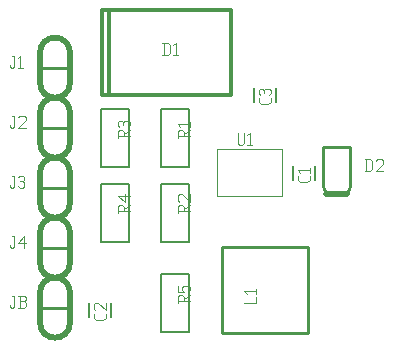
<source format=gbr>
G04 start of page 8 for group -4079 idx -4079 *
G04 Title: (unknown), topsilk *
G04 Creator: pcb 4.3.0 *
G04 CreationDate: Sat Jul 16 16:42:15 2022 UTC *
G04 For: harkaitz *
G04 Format: Gerber/RS-274X *
G04 PCB-Dimensions (mm): 100.00 80.00 *
G04 PCB-Coordinate-Origin: lower left *
%MOMM*%
%FSLAX43Y43*%
%LNTOPSILK*%
%ADD39C,0.102*%
%ADD38C,0.300*%
%ADD37C,0.254*%
%ADD36C,0.508*%
%ADD35C,0.250*%
%ADD34C,0.100*%
%ADD33C,0.152*%
%ADD32C,0.203*%
G54D32*X7940Y30840D02*Y29640D01*
X9840Y30840D02*Y29640D01*
G54D33*X8966Y40909D02*Y36058D01*
X11328D01*
Y40909D02*Y36058D01*
X8966Y40909D02*X11328D01*
X14046Y33289D02*Y28438D01*
X16408D01*
Y33289D02*Y28438D01*
X14046Y33289D02*X16408D01*
X8966Y47259D02*Y42408D01*
X11328D01*
Y47259D02*Y42408D01*
X8966Y47259D02*X11328D01*
X14046Y40909D02*Y36058D01*
X16408D01*
Y40909D02*Y36058D01*
X14046Y40909D02*X16408D01*
X14046Y47259D02*Y42408D01*
X16408D01*
Y47259D02*Y42408D01*
X14046Y47259D02*X16408D01*
G54D34*X18840Y43905D02*X24340D01*
X18840D02*Y39895D01*
X24340D02*Y43905D01*
Y39895D02*X18840D01*
G54D32*X21910Y49080D02*Y47880D01*
X23810Y49080D02*Y47880D01*
X25212Y42476D02*Y41276D01*
X27112Y42476D02*Y41276D01*
G54D35*X19210Y35630D02*Y28330D01*
X26510D01*
X19210Y35630D02*X26510D01*
Y28330D01*
G54D36*X28067Y40122D02*X29845D01*
G54D37*X30099Y40757D01*
Y44084D02*Y40757D01*
X27813Y44084D02*X30099D01*
X27813D02*Y40757D01*
X28067Y40122D01*
G54D38*X9080Y55670D02*X19980D01*
Y48450D01*
X9080D01*
Y55670D01*
X9680D02*Y48450D01*
G54D36*X3810Y31740D02*Y29200D01*
X6350Y31740D02*Y29200D01*
G54D37*X3810Y30470D02*X6350D01*
G54D36*Y31740D02*G75*G03X3810Y31740I-1270J0D01*G01*
Y29200D02*G75*G03X6350Y29200I1270J0D01*G01*
X3810Y36820D02*Y34280D01*
X6350Y36820D02*Y34280D01*
G54D37*X3810Y35550D02*X6350D01*
G54D36*Y36820D02*G75*G03X3810Y36820I-1270J0D01*G01*
Y34280D02*G75*G03X6350Y34280I1270J0D01*G01*
X3810Y41900D02*Y39360D01*
X6350Y41900D02*Y39360D01*
G54D37*X3810Y40630D02*X6350D01*
G54D36*Y41900D02*G75*G03X3810Y41900I-1270J0D01*G01*
Y39360D02*G75*G03X6350Y39360I1270J0D01*G01*
X3810Y46980D02*Y44440D01*
X6350Y46980D02*Y44440D01*
G54D37*X3810Y45710D02*X6350D01*
G54D36*Y46980D02*G75*G03X3810Y46980I-1270J0D01*G01*
Y44440D02*G75*G03X6350Y44440I1270J0D01*G01*
X3810Y52060D02*Y49520D01*
X6350Y52060D02*Y49520D01*
G54D37*X3810Y50790D02*X6350D01*
G54D36*Y52060D02*G75*G03X3810Y52060I-1270J0D01*G01*
Y49520D02*G75*G03X6350Y49520I1270J0D01*G01*
G54D39*X9360Y29948D02*Y29618D01*
X9182Y29440D02*X9360Y29618D01*
X8522Y29440D02*X9182D01*
X8522D02*X8344Y29618D01*
Y29948D02*Y29618D01*
X8471Y30253D02*X8344Y30380D01*
Y30761D02*Y30380D01*
Y30761D02*X8471Y30888D01*
X8725D01*
X9360Y30253D02*X8725Y30888D01*
X9360D02*Y30253D01*
X10414Y39004D02*Y38496D01*
Y39004D02*X10541Y39131D01*
X10795D01*
X10922Y39004D02*X10795Y39131D01*
X10922Y39004D02*Y38623D01*
X10414D02*X11430D01*
X10922Y38827D02*X11430Y39131D01*
X11049Y39436D02*X10414Y39944D01*
X11049Y40071D02*Y39436D01*
X10414Y39944D02*X11430D01*
X15494Y31384D02*Y30876D01*
Y31384D02*X15621Y31511D01*
X15875D01*
X16002Y31384D02*X15875Y31511D01*
X16002Y31384D02*Y31003D01*
X15494D02*X16510D01*
X16002Y31207D02*X16510Y31511D01*
X15494Y32324D02*Y31816D01*
X16002D01*
X15875Y31943D01*
Y32197D02*Y31943D01*
Y32197D02*X16002Y32324D01*
X16383D01*
X16510Y32197D02*X16383Y32324D01*
X16510Y32197D02*Y31943D01*
X16383Y31816D02*X16510Y31943D01*
X10414Y45354D02*Y44846D01*
Y45354D02*X10541Y45481D01*
X10795D01*
X10922Y45354D02*X10795Y45481D01*
X10922Y45354D02*Y44973D01*
X10414D02*X11430D01*
X10922Y45177D02*X11430Y45481D01*
X10541Y45786D02*X10414Y45913D01*
Y46167D02*Y45913D01*
Y46167D02*X10541Y46294D01*
X11430Y46167D02*X11303Y46294D01*
X11430Y46167D02*Y45913D01*
X11303Y45786D02*X11430Y45913D01*
X10871Y46167D02*Y45913D01*
X10541Y46294D02*X10744D01*
X10998D02*X11303D01*
X10998D02*X10871Y46167D01*
X10744Y46294D02*X10871Y46167D01*
X15494Y39004D02*Y38496D01*
Y39004D02*X15621Y39131D01*
X15875D01*
X16002Y39004D02*X15875Y39131D01*
X16002Y39004D02*Y38623D01*
X15494D02*X16510D01*
X16002Y38827D02*X16510Y39131D01*
X15621Y39436D02*X15494Y39563D01*
Y39944D02*Y39563D01*
Y39944D02*X15621Y40071D01*
X15875D01*
X16510Y39436D02*X15875Y40071D01*
X16510D02*Y39436D01*
X15494Y45354D02*Y44846D01*
Y45354D02*X15621Y45481D01*
X15875D01*
X16002Y45354D02*X15875Y45481D01*
X16002Y45354D02*Y44973D01*
X15494D02*X16510D01*
X16002Y45177D02*X16510Y45481D01*
X15697Y45786D02*X15494Y45989D01*
X16510D01*
Y46167D02*Y45786D01*
X20560Y45271D02*Y44382D01*
X20687Y44255D01*
X20941D01*
X21068Y44382D01*
Y45271D02*Y44382D01*
X21373Y45068D02*X21576Y45271D01*
Y44255D01*
X21373D02*X21754D01*
X23330Y48188D02*Y47858D01*
X23152Y47680D02*X23330Y47858D01*
X22492Y47680D02*X23152D01*
X22492D02*X22314Y47858D01*
Y48188D02*Y47858D01*
X22441Y48493D02*X22314Y48620D01*
Y48874D02*Y48620D01*
Y48874D02*X22441Y49001D01*
X23330Y48874D02*X23203Y49001D01*
X23330Y48874D02*Y48620D01*
X23203Y48493D02*X23330Y48620D01*
X22771Y48874D02*Y48620D01*
X22441Y49001D02*X22644D01*
X22898D02*X23203D01*
X22898D02*X22771Y48874D01*
X22644Y49001D02*X22771Y48874D01*
X26632Y41584D02*Y41254D01*
X26454Y41076D02*X26632Y41254D01*
X25794Y41076D02*X26454D01*
X25794D02*X25616Y41254D01*
Y41584D02*Y41254D01*
X25819Y41889D02*X25616Y42092D01*
X26632D01*
Y42270D02*Y41889D01*
X31433Y43039D02*Y42023D01*
X31763Y43039D02*X31941Y42861D01*
Y42200D01*
X31763Y42023D02*X31941Y42200D01*
X31306Y42023D02*X31763D01*
X31306Y43039D02*X31763D01*
X32246Y42912D02*X32373Y43039D01*
X32754D01*
X32881Y42912D01*
Y42658D01*
X32246Y42023D02*X32881Y42658D01*
X32246Y42023D02*X32881D01*
X14287Y52876D02*Y51860D01*
X14617Y52876D02*X14795Y52698D01*
Y52038D01*
X14617Y51860D02*X14795Y52038D01*
X14160Y51860D02*X14617D01*
X14160Y52876D02*X14617D01*
X15100Y52673D02*X15303Y52876D01*
Y51860D01*
X15100D02*X15481D01*
X1448Y31486D02*X1651D01*
Y30597D01*
X1524Y30470D02*X1651Y30597D01*
X1397Y30470D02*X1524D01*
X1270Y30597D02*X1397Y30470D01*
X1270Y30724D02*Y30597D01*
X1956Y30470D02*X2464D01*
X2591Y30597D01*
Y30902D02*Y30597D01*
X2464Y31029D02*X2591Y30902D01*
X2083Y31029D02*X2464D01*
X2083Y31486D02*Y30470D01*
X1956Y31486D02*X2464D01*
X2591Y31359D01*
Y31156D01*
X2464Y31029D02*X2591Y31156D01*
X21114Y30830D02*X22130D01*
Y31338D02*Y30830D01*
X21317Y31643D02*X21114Y31846D01*
X22130D01*
Y32024D02*Y31643D01*
X1448Y36566D02*X1651D01*
Y35677D01*
X1524Y35550D02*X1651Y35677D01*
X1397Y35550D02*X1524D01*
X1270Y35677D02*X1397Y35550D01*
X1270Y35804D02*Y35677D01*
X1956Y35931D02*X2464Y36566D01*
X1956Y35931D02*X2591D01*
X2464Y36566D02*Y35550D01*
X1448Y41646D02*X1651D01*
Y40757D01*
X1524Y40630D02*X1651Y40757D01*
X1397Y40630D02*X1524D01*
X1270Y40757D02*X1397Y40630D01*
X1270Y40884D02*Y40757D01*
X1956Y41519D02*X2083Y41646D01*
X2337D01*
X2464Y41519D01*
X2337Y40630D02*X2464Y40757D01*
X2083Y40630D02*X2337D01*
X1956Y40757D02*X2083Y40630D01*
Y41189D02*X2337D01*
X2464Y41519D02*Y41316D01*
Y41062D02*Y40757D01*
Y41062D02*X2337Y41189D01*
X2464Y41316D02*X2337Y41189D01*
X1448Y46726D02*X1651D01*
Y45837D01*
X1524Y45710D02*X1651Y45837D01*
X1397Y45710D02*X1524D01*
X1270Y45837D02*X1397Y45710D01*
X1270Y45964D02*Y45837D01*
X1956Y46599D02*X2083Y46726D01*
X2464D01*
X2591Y46599D01*
Y46345D01*
X1956Y45710D02*X2591Y46345D01*
X1956Y45710D02*X2591D01*
X1448Y51806D02*X1651D01*
Y50917D01*
X1524Y50790D02*X1651Y50917D01*
X1397Y50790D02*X1524D01*
X1270Y50917D02*X1397Y50790D01*
X1270Y51044D02*Y50917D01*
X1956Y51603D02*X2159Y51806D01*
Y50790D01*
X1956D02*X2337D01*
M02*

</source>
